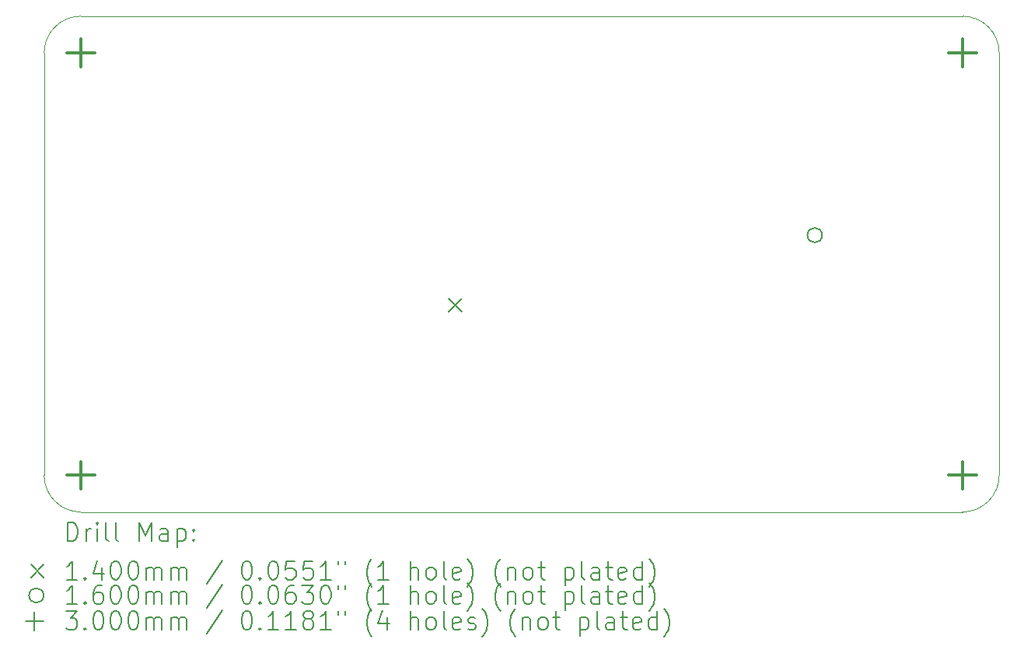
<source format=gbr>
%TF.GenerationSoftware,KiCad,Pcbnew,9.0.0*%
%TF.CreationDate,2025-03-25T13:32:20-05:00*%
%TF.ProjectId,Turret,54757272-6574-42e6-9b69-6361645f7063,rev?*%
%TF.SameCoordinates,Original*%
%TF.FileFunction,Drillmap*%
%TF.FilePolarity,Positive*%
%FSLAX45Y45*%
G04 Gerber Fmt 4.5, Leading zero omitted, Abs format (unit mm)*
G04 Created by KiCad (PCBNEW 9.0.0) date 2025-03-25 13:32:20*
%MOMM*%
%LPD*%
G01*
G04 APERTURE LIST*
%ADD10C,0.100000*%
%ADD11C,0.200000*%
%ADD12C,0.140000*%
%ADD13C,0.160000*%
%ADD14C,0.300000*%
G04 APERTURE END LIST*
D10*
X4045000Y-8410000D02*
X4045000Y-3810000D01*
X14445000Y-3810000D02*
X14445000Y-8410000D01*
X4045000Y-3810000D02*
G75*
G02*
X4445000Y-3410000I400000J0D01*
G01*
X14045000Y-8810000D02*
X4445000Y-8810000D01*
X4445000Y-3410000D02*
X14045000Y-3410000D01*
X14445000Y-8410000D02*
G75*
G02*
X14045000Y-8810000I-400000J0D01*
G01*
X4445000Y-8810000D02*
G75*
G02*
X4045000Y-8410000I0J400000D01*
G01*
X14045000Y-3410000D02*
G75*
G02*
X14445000Y-3810000I0J-400000D01*
G01*
D11*
D12*
X8450000Y-6485000D02*
X8590000Y-6625000D01*
X8590000Y-6485000D02*
X8450000Y-6625000D01*
D13*
X12517000Y-5795000D02*
G75*
G02*
X12357000Y-5795000I-80000J0D01*
G01*
X12357000Y-5795000D02*
G75*
G02*
X12517000Y-5795000I80000J0D01*
G01*
D14*
X4445000Y-3660000D02*
X4445000Y-3960000D01*
X4295000Y-3810000D02*
X4595000Y-3810000D01*
X4445000Y-8260000D02*
X4445000Y-8560000D01*
X4295000Y-8410000D02*
X4595000Y-8410000D01*
X14045000Y-3660000D02*
X14045000Y-3960000D01*
X13895000Y-3810000D02*
X14195000Y-3810000D01*
X14045000Y-8260000D02*
X14045000Y-8560000D01*
X13895000Y-8410000D02*
X14195000Y-8410000D01*
D11*
X4300777Y-9126484D02*
X4300777Y-8926484D01*
X4300777Y-8926484D02*
X4348396Y-8926484D01*
X4348396Y-8926484D02*
X4376967Y-8936008D01*
X4376967Y-8936008D02*
X4396015Y-8955055D01*
X4396015Y-8955055D02*
X4405539Y-8974103D01*
X4405539Y-8974103D02*
X4415063Y-9012198D01*
X4415063Y-9012198D02*
X4415063Y-9040770D01*
X4415063Y-9040770D02*
X4405539Y-9078865D01*
X4405539Y-9078865D02*
X4396015Y-9097912D01*
X4396015Y-9097912D02*
X4376967Y-9116960D01*
X4376967Y-9116960D02*
X4348396Y-9126484D01*
X4348396Y-9126484D02*
X4300777Y-9126484D01*
X4500777Y-9126484D02*
X4500777Y-8993150D01*
X4500777Y-9031246D02*
X4510301Y-9012198D01*
X4510301Y-9012198D02*
X4519824Y-9002674D01*
X4519824Y-9002674D02*
X4538872Y-8993150D01*
X4538872Y-8993150D02*
X4557920Y-8993150D01*
X4624586Y-9126484D02*
X4624586Y-8993150D01*
X4624586Y-8926484D02*
X4615063Y-8936008D01*
X4615063Y-8936008D02*
X4624586Y-8945531D01*
X4624586Y-8945531D02*
X4634110Y-8936008D01*
X4634110Y-8936008D02*
X4624586Y-8926484D01*
X4624586Y-8926484D02*
X4624586Y-8945531D01*
X4748396Y-9126484D02*
X4729348Y-9116960D01*
X4729348Y-9116960D02*
X4719824Y-9097912D01*
X4719824Y-9097912D02*
X4719824Y-8926484D01*
X4853158Y-9126484D02*
X4834110Y-9116960D01*
X4834110Y-9116960D02*
X4824586Y-9097912D01*
X4824586Y-9097912D02*
X4824586Y-8926484D01*
X5081729Y-9126484D02*
X5081729Y-8926484D01*
X5081729Y-8926484D02*
X5148396Y-9069341D01*
X5148396Y-9069341D02*
X5215063Y-8926484D01*
X5215063Y-8926484D02*
X5215063Y-9126484D01*
X5396015Y-9126484D02*
X5396015Y-9021722D01*
X5396015Y-9021722D02*
X5386491Y-9002674D01*
X5386491Y-9002674D02*
X5367444Y-8993150D01*
X5367444Y-8993150D02*
X5329348Y-8993150D01*
X5329348Y-8993150D02*
X5310301Y-9002674D01*
X5396015Y-9116960D02*
X5376967Y-9126484D01*
X5376967Y-9126484D02*
X5329348Y-9126484D01*
X5329348Y-9126484D02*
X5310301Y-9116960D01*
X5310301Y-9116960D02*
X5300777Y-9097912D01*
X5300777Y-9097912D02*
X5300777Y-9078865D01*
X5300777Y-9078865D02*
X5310301Y-9059817D01*
X5310301Y-9059817D02*
X5329348Y-9050293D01*
X5329348Y-9050293D02*
X5376967Y-9050293D01*
X5376967Y-9050293D02*
X5396015Y-9040770D01*
X5491253Y-8993150D02*
X5491253Y-9193150D01*
X5491253Y-9002674D02*
X5510301Y-8993150D01*
X5510301Y-8993150D02*
X5548396Y-8993150D01*
X5548396Y-8993150D02*
X5567444Y-9002674D01*
X5567444Y-9002674D02*
X5576967Y-9012198D01*
X5576967Y-9012198D02*
X5586491Y-9031246D01*
X5586491Y-9031246D02*
X5586491Y-9088389D01*
X5586491Y-9088389D02*
X5576967Y-9107436D01*
X5576967Y-9107436D02*
X5567444Y-9116960D01*
X5567444Y-9116960D02*
X5548396Y-9126484D01*
X5548396Y-9126484D02*
X5510301Y-9126484D01*
X5510301Y-9126484D02*
X5491253Y-9116960D01*
X5672205Y-9107436D02*
X5681729Y-9116960D01*
X5681729Y-9116960D02*
X5672205Y-9126484D01*
X5672205Y-9126484D02*
X5662682Y-9116960D01*
X5662682Y-9116960D02*
X5672205Y-9107436D01*
X5672205Y-9107436D02*
X5672205Y-9126484D01*
X5672205Y-9002674D02*
X5681729Y-9012198D01*
X5681729Y-9012198D02*
X5672205Y-9021722D01*
X5672205Y-9021722D02*
X5662682Y-9012198D01*
X5662682Y-9012198D02*
X5672205Y-9002674D01*
X5672205Y-9002674D02*
X5672205Y-9021722D01*
D12*
X3900000Y-9385000D02*
X4040000Y-9525000D01*
X4040000Y-9385000D02*
X3900000Y-9525000D01*
D11*
X4405539Y-9546484D02*
X4291253Y-9546484D01*
X4348396Y-9546484D02*
X4348396Y-9346484D01*
X4348396Y-9346484D02*
X4329348Y-9375055D01*
X4329348Y-9375055D02*
X4310301Y-9394103D01*
X4310301Y-9394103D02*
X4291253Y-9403627D01*
X4491253Y-9527436D02*
X4500777Y-9536960D01*
X4500777Y-9536960D02*
X4491253Y-9546484D01*
X4491253Y-9546484D02*
X4481729Y-9536960D01*
X4481729Y-9536960D02*
X4491253Y-9527436D01*
X4491253Y-9527436D02*
X4491253Y-9546484D01*
X4672205Y-9413150D02*
X4672205Y-9546484D01*
X4624586Y-9336960D02*
X4576967Y-9479817D01*
X4576967Y-9479817D02*
X4700777Y-9479817D01*
X4815063Y-9346484D02*
X4834110Y-9346484D01*
X4834110Y-9346484D02*
X4853158Y-9356008D01*
X4853158Y-9356008D02*
X4862682Y-9365531D01*
X4862682Y-9365531D02*
X4872205Y-9384579D01*
X4872205Y-9384579D02*
X4881729Y-9422674D01*
X4881729Y-9422674D02*
X4881729Y-9470293D01*
X4881729Y-9470293D02*
X4872205Y-9508389D01*
X4872205Y-9508389D02*
X4862682Y-9527436D01*
X4862682Y-9527436D02*
X4853158Y-9536960D01*
X4853158Y-9536960D02*
X4834110Y-9546484D01*
X4834110Y-9546484D02*
X4815063Y-9546484D01*
X4815063Y-9546484D02*
X4796015Y-9536960D01*
X4796015Y-9536960D02*
X4786491Y-9527436D01*
X4786491Y-9527436D02*
X4776967Y-9508389D01*
X4776967Y-9508389D02*
X4767444Y-9470293D01*
X4767444Y-9470293D02*
X4767444Y-9422674D01*
X4767444Y-9422674D02*
X4776967Y-9384579D01*
X4776967Y-9384579D02*
X4786491Y-9365531D01*
X4786491Y-9365531D02*
X4796015Y-9356008D01*
X4796015Y-9356008D02*
X4815063Y-9346484D01*
X5005539Y-9346484D02*
X5024586Y-9346484D01*
X5024586Y-9346484D02*
X5043634Y-9356008D01*
X5043634Y-9356008D02*
X5053158Y-9365531D01*
X5053158Y-9365531D02*
X5062682Y-9384579D01*
X5062682Y-9384579D02*
X5072205Y-9422674D01*
X5072205Y-9422674D02*
X5072205Y-9470293D01*
X5072205Y-9470293D02*
X5062682Y-9508389D01*
X5062682Y-9508389D02*
X5053158Y-9527436D01*
X5053158Y-9527436D02*
X5043634Y-9536960D01*
X5043634Y-9536960D02*
X5024586Y-9546484D01*
X5024586Y-9546484D02*
X5005539Y-9546484D01*
X5005539Y-9546484D02*
X4986491Y-9536960D01*
X4986491Y-9536960D02*
X4976967Y-9527436D01*
X4976967Y-9527436D02*
X4967444Y-9508389D01*
X4967444Y-9508389D02*
X4957920Y-9470293D01*
X4957920Y-9470293D02*
X4957920Y-9422674D01*
X4957920Y-9422674D02*
X4967444Y-9384579D01*
X4967444Y-9384579D02*
X4976967Y-9365531D01*
X4976967Y-9365531D02*
X4986491Y-9356008D01*
X4986491Y-9356008D02*
X5005539Y-9346484D01*
X5157920Y-9546484D02*
X5157920Y-9413150D01*
X5157920Y-9432198D02*
X5167444Y-9422674D01*
X5167444Y-9422674D02*
X5186491Y-9413150D01*
X5186491Y-9413150D02*
X5215063Y-9413150D01*
X5215063Y-9413150D02*
X5234110Y-9422674D01*
X5234110Y-9422674D02*
X5243634Y-9441722D01*
X5243634Y-9441722D02*
X5243634Y-9546484D01*
X5243634Y-9441722D02*
X5253158Y-9422674D01*
X5253158Y-9422674D02*
X5272205Y-9413150D01*
X5272205Y-9413150D02*
X5300777Y-9413150D01*
X5300777Y-9413150D02*
X5319825Y-9422674D01*
X5319825Y-9422674D02*
X5329348Y-9441722D01*
X5329348Y-9441722D02*
X5329348Y-9546484D01*
X5424586Y-9546484D02*
X5424586Y-9413150D01*
X5424586Y-9432198D02*
X5434110Y-9422674D01*
X5434110Y-9422674D02*
X5453158Y-9413150D01*
X5453158Y-9413150D02*
X5481729Y-9413150D01*
X5481729Y-9413150D02*
X5500777Y-9422674D01*
X5500777Y-9422674D02*
X5510301Y-9441722D01*
X5510301Y-9441722D02*
X5510301Y-9546484D01*
X5510301Y-9441722D02*
X5519825Y-9422674D01*
X5519825Y-9422674D02*
X5538872Y-9413150D01*
X5538872Y-9413150D02*
X5567444Y-9413150D01*
X5567444Y-9413150D02*
X5586491Y-9422674D01*
X5586491Y-9422674D02*
X5596015Y-9441722D01*
X5596015Y-9441722D02*
X5596015Y-9546484D01*
X5986491Y-9336960D02*
X5815063Y-9594103D01*
X6243634Y-9346484D02*
X6262682Y-9346484D01*
X6262682Y-9346484D02*
X6281729Y-9356008D01*
X6281729Y-9356008D02*
X6291253Y-9365531D01*
X6291253Y-9365531D02*
X6300777Y-9384579D01*
X6300777Y-9384579D02*
X6310301Y-9422674D01*
X6310301Y-9422674D02*
X6310301Y-9470293D01*
X6310301Y-9470293D02*
X6300777Y-9508389D01*
X6300777Y-9508389D02*
X6291253Y-9527436D01*
X6291253Y-9527436D02*
X6281729Y-9536960D01*
X6281729Y-9536960D02*
X6262682Y-9546484D01*
X6262682Y-9546484D02*
X6243634Y-9546484D01*
X6243634Y-9546484D02*
X6224586Y-9536960D01*
X6224586Y-9536960D02*
X6215063Y-9527436D01*
X6215063Y-9527436D02*
X6205539Y-9508389D01*
X6205539Y-9508389D02*
X6196015Y-9470293D01*
X6196015Y-9470293D02*
X6196015Y-9422674D01*
X6196015Y-9422674D02*
X6205539Y-9384579D01*
X6205539Y-9384579D02*
X6215063Y-9365531D01*
X6215063Y-9365531D02*
X6224586Y-9356008D01*
X6224586Y-9356008D02*
X6243634Y-9346484D01*
X6396015Y-9527436D02*
X6405539Y-9536960D01*
X6405539Y-9536960D02*
X6396015Y-9546484D01*
X6396015Y-9546484D02*
X6386491Y-9536960D01*
X6386491Y-9536960D02*
X6396015Y-9527436D01*
X6396015Y-9527436D02*
X6396015Y-9546484D01*
X6529348Y-9346484D02*
X6548396Y-9346484D01*
X6548396Y-9346484D02*
X6567444Y-9356008D01*
X6567444Y-9356008D02*
X6576967Y-9365531D01*
X6576967Y-9365531D02*
X6586491Y-9384579D01*
X6586491Y-9384579D02*
X6596015Y-9422674D01*
X6596015Y-9422674D02*
X6596015Y-9470293D01*
X6596015Y-9470293D02*
X6586491Y-9508389D01*
X6586491Y-9508389D02*
X6576967Y-9527436D01*
X6576967Y-9527436D02*
X6567444Y-9536960D01*
X6567444Y-9536960D02*
X6548396Y-9546484D01*
X6548396Y-9546484D02*
X6529348Y-9546484D01*
X6529348Y-9546484D02*
X6510301Y-9536960D01*
X6510301Y-9536960D02*
X6500777Y-9527436D01*
X6500777Y-9527436D02*
X6491253Y-9508389D01*
X6491253Y-9508389D02*
X6481729Y-9470293D01*
X6481729Y-9470293D02*
X6481729Y-9422674D01*
X6481729Y-9422674D02*
X6491253Y-9384579D01*
X6491253Y-9384579D02*
X6500777Y-9365531D01*
X6500777Y-9365531D02*
X6510301Y-9356008D01*
X6510301Y-9356008D02*
X6529348Y-9346484D01*
X6776967Y-9346484D02*
X6681729Y-9346484D01*
X6681729Y-9346484D02*
X6672206Y-9441722D01*
X6672206Y-9441722D02*
X6681729Y-9432198D01*
X6681729Y-9432198D02*
X6700777Y-9422674D01*
X6700777Y-9422674D02*
X6748396Y-9422674D01*
X6748396Y-9422674D02*
X6767444Y-9432198D01*
X6767444Y-9432198D02*
X6776967Y-9441722D01*
X6776967Y-9441722D02*
X6786491Y-9460770D01*
X6786491Y-9460770D02*
X6786491Y-9508389D01*
X6786491Y-9508389D02*
X6776967Y-9527436D01*
X6776967Y-9527436D02*
X6767444Y-9536960D01*
X6767444Y-9536960D02*
X6748396Y-9546484D01*
X6748396Y-9546484D02*
X6700777Y-9546484D01*
X6700777Y-9546484D02*
X6681729Y-9536960D01*
X6681729Y-9536960D02*
X6672206Y-9527436D01*
X6967444Y-9346484D02*
X6872206Y-9346484D01*
X6872206Y-9346484D02*
X6862682Y-9441722D01*
X6862682Y-9441722D02*
X6872206Y-9432198D01*
X6872206Y-9432198D02*
X6891253Y-9422674D01*
X6891253Y-9422674D02*
X6938872Y-9422674D01*
X6938872Y-9422674D02*
X6957920Y-9432198D01*
X6957920Y-9432198D02*
X6967444Y-9441722D01*
X6967444Y-9441722D02*
X6976967Y-9460770D01*
X6976967Y-9460770D02*
X6976967Y-9508389D01*
X6976967Y-9508389D02*
X6967444Y-9527436D01*
X6967444Y-9527436D02*
X6957920Y-9536960D01*
X6957920Y-9536960D02*
X6938872Y-9546484D01*
X6938872Y-9546484D02*
X6891253Y-9546484D01*
X6891253Y-9546484D02*
X6872206Y-9536960D01*
X6872206Y-9536960D02*
X6862682Y-9527436D01*
X7167444Y-9546484D02*
X7053158Y-9546484D01*
X7110301Y-9546484D02*
X7110301Y-9346484D01*
X7110301Y-9346484D02*
X7091253Y-9375055D01*
X7091253Y-9375055D02*
X7072206Y-9394103D01*
X7072206Y-9394103D02*
X7053158Y-9403627D01*
X7243634Y-9346484D02*
X7243634Y-9384579D01*
X7319825Y-9346484D02*
X7319825Y-9384579D01*
X7615063Y-9622674D02*
X7605539Y-9613150D01*
X7605539Y-9613150D02*
X7586491Y-9584579D01*
X7586491Y-9584579D02*
X7576968Y-9565531D01*
X7576968Y-9565531D02*
X7567444Y-9536960D01*
X7567444Y-9536960D02*
X7557920Y-9489341D01*
X7557920Y-9489341D02*
X7557920Y-9451246D01*
X7557920Y-9451246D02*
X7567444Y-9403627D01*
X7567444Y-9403627D02*
X7576968Y-9375055D01*
X7576968Y-9375055D02*
X7586491Y-9356008D01*
X7586491Y-9356008D02*
X7605539Y-9327436D01*
X7605539Y-9327436D02*
X7615063Y-9317912D01*
X7796015Y-9546484D02*
X7681729Y-9546484D01*
X7738872Y-9546484D02*
X7738872Y-9346484D01*
X7738872Y-9346484D02*
X7719825Y-9375055D01*
X7719825Y-9375055D02*
X7700777Y-9394103D01*
X7700777Y-9394103D02*
X7681729Y-9403627D01*
X8034110Y-9546484D02*
X8034110Y-9346484D01*
X8119825Y-9546484D02*
X8119825Y-9441722D01*
X8119825Y-9441722D02*
X8110301Y-9422674D01*
X8110301Y-9422674D02*
X8091253Y-9413150D01*
X8091253Y-9413150D02*
X8062682Y-9413150D01*
X8062682Y-9413150D02*
X8043634Y-9422674D01*
X8043634Y-9422674D02*
X8034110Y-9432198D01*
X8243634Y-9546484D02*
X8224587Y-9536960D01*
X8224587Y-9536960D02*
X8215063Y-9527436D01*
X8215063Y-9527436D02*
X8205539Y-9508389D01*
X8205539Y-9508389D02*
X8205539Y-9451246D01*
X8205539Y-9451246D02*
X8215063Y-9432198D01*
X8215063Y-9432198D02*
X8224587Y-9422674D01*
X8224587Y-9422674D02*
X8243634Y-9413150D01*
X8243634Y-9413150D02*
X8272206Y-9413150D01*
X8272206Y-9413150D02*
X8291253Y-9422674D01*
X8291253Y-9422674D02*
X8300777Y-9432198D01*
X8300777Y-9432198D02*
X8310301Y-9451246D01*
X8310301Y-9451246D02*
X8310301Y-9508389D01*
X8310301Y-9508389D02*
X8300777Y-9527436D01*
X8300777Y-9527436D02*
X8291253Y-9536960D01*
X8291253Y-9536960D02*
X8272206Y-9546484D01*
X8272206Y-9546484D02*
X8243634Y-9546484D01*
X8424587Y-9546484D02*
X8405539Y-9536960D01*
X8405539Y-9536960D02*
X8396015Y-9517912D01*
X8396015Y-9517912D02*
X8396015Y-9346484D01*
X8576968Y-9536960D02*
X8557920Y-9546484D01*
X8557920Y-9546484D02*
X8519825Y-9546484D01*
X8519825Y-9546484D02*
X8500777Y-9536960D01*
X8500777Y-9536960D02*
X8491253Y-9517912D01*
X8491253Y-9517912D02*
X8491253Y-9441722D01*
X8491253Y-9441722D02*
X8500777Y-9422674D01*
X8500777Y-9422674D02*
X8519825Y-9413150D01*
X8519825Y-9413150D02*
X8557920Y-9413150D01*
X8557920Y-9413150D02*
X8576968Y-9422674D01*
X8576968Y-9422674D02*
X8586492Y-9441722D01*
X8586492Y-9441722D02*
X8586492Y-9460770D01*
X8586492Y-9460770D02*
X8491253Y-9479817D01*
X8653158Y-9622674D02*
X8662682Y-9613150D01*
X8662682Y-9613150D02*
X8681730Y-9584579D01*
X8681730Y-9584579D02*
X8691253Y-9565531D01*
X8691253Y-9565531D02*
X8700777Y-9536960D01*
X8700777Y-9536960D02*
X8710301Y-9489341D01*
X8710301Y-9489341D02*
X8710301Y-9451246D01*
X8710301Y-9451246D02*
X8700777Y-9403627D01*
X8700777Y-9403627D02*
X8691253Y-9375055D01*
X8691253Y-9375055D02*
X8681730Y-9356008D01*
X8681730Y-9356008D02*
X8662682Y-9327436D01*
X8662682Y-9327436D02*
X8653158Y-9317912D01*
X9015063Y-9622674D02*
X9005539Y-9613150D01*
X9005539Y-9613150D02*
X8986492Y-9584579D01*
X8986492Y-9584579D02*
X8976968Y-9565531D01*
X8976968Y-9565531D02*
X8967444Y-9536960D01*
X8967444Y-9536960D02*
X8957920Y-9489341D01*
X8957920Y-9489341D02*
X8957920Y-9451246D01*
X8957920Y-9451246D02*
X8967444Y-9403627D01*
X8967444Y-9403627D02*
X8976968Y-9375055D01*
X8976968Y-9375055D02*
X8986492Y-9356008D01*
X8986492Y-9356008D02*
X9005539Y-9327436D01*
X9005539Y-9327436D02*
X9015063Y-9317912D01*
X9091253Y-9413150D02*
X9091253Y-9546484D01*
X9091253Y-9432198D02*
X9100777Y-9422674D01*
X9100777Y-9422674D02*
X9119825Y-9413150D01*
X9119825Y-9413150D02*
X9148396Y-9413150D01*
X9148396Y-9413150D02*
X9167444Y-9422674D01*
X9167444Y-9422674D02*
X9176968Y-9441722D01*
X9176968Y-9441722D02*
X9176968Y-9546484D01*
X9300777Y-9546484D02*
X9281730Y-9536960D01*
X9281730Y-9536960D02*
X9272206Y-9527436D01*
X9272206Y-9527436D02*
X9262682Y-9508389D01*
X9262682Y-9508389D02*
X9262682Y-9451246D01*
X9262682Y-9451246D02*
X9272206Y-9432198D01*
X9272206Y-9432198D02*
X9281730Y-9422674D01*
X9281730Y-9422674D02*
X9300777Y-9413150D01*
X9300777Y-9413150D02*
X9329349Y-9413150D01*
X9329349Y-9413150D02*
X9348396Y-9422674D01*
X9348396Y-9422674D02*
X9357920Y-9432198D01*
X9357920Y-9432198D02*
X9367444Y-9451246D01*
X9367444Y-9451246D02*
X9367444Y-9508389D01*
X9367444Y-9508389D02*
X9357920Y-9527436D01*
X9357920Y-9527436D02*
X9348396Y-9536960D01*
X9348396Y-9536960D02*
X9329349Y-9546484D01*
X9329349Y-9546484D02*
X9300777Y-9546484D01*
X9424587Y-9413150D02*
X9500777Y-9413150D01*
X9453158Y-9346484D02*
X9453158Y-9517912D01*
X9453158Y-9517912D02*
X9462682Y-9536960D01*
X9462682Y-9536960D02*
X9481730Y-9546484D01*
X9481730Y-9546484D02*
X9500777Y-9546484D01*
X9719825Y-9413150D02*
X9719825Y-9613150D01*
X9719825Y-9422674D02*
X9738873Y-9413150D01*
X9738873Y-9413150D02*
X9776968Y-9413150D01*
X9776968Y-9413150D02*
X9796015Y-9422674D01*
X9796015Y-9422674D02*
X9805539Y-9432198D01*
X9805539Y-9432198D02*
X9815063Y-9451246D01*
X9815063Y-9451246D02*
X9815063Y-9508389D01*
X9815063Y-9508389D02*
X9805539Y-9527436D01*
X9805539Y-9527436D02*
X9796015Y-9536960D01*
X9796015Y-9536960D02*
X9776968Y-9546484D01*
X9776968Y-9546484D02*
X9738873Y-9546484D01*
X9738873Y-9546484D02*
X9719825Y-9536960D01*
X9929349Y-9546484D02*
X9910301Y-9536960D01*
X9910301Y-9536960D02*
X9900777Y-9517912D01*
X9900777Y-9517912D02*
X9900777Y-9346484D01*
X10091254Y-9546484D02*
X10091254Y-9441722D01*
X10091254Y-9441722D02*
X10081730Y-9422674D01*
X10081730Y-9422674D02*
X10062682Y-9413150D01*
X10062682Y-9413150D02*
X10024587Y-9413150D01*
X10024587Y-9413150D02*
X10005539Y-9422674D01*
X10091254Y-9536960D02*
X10072206Y-9546484D01*
X10072206Y-9546484D02*
X10024587Y-9546484D01*
X10024587Y-9546484D02*
X10005539Y-9536960D01*
X10005539Y-9536960D02*
X9996015Y-9517912D01*
X9996015Y-9517912D02*
X9996015Y-9498865D01*
X9996015Y-9498865D02*
X10005539Y-9479817D01*
X10005539Y-9479817D02*
X10024587Y-9470293D01*
X10024587Y-9470293D02*
X10072206Y-9470293D01*
X10072206Y-9470293D02*
X10091254Y-9460770D01*
X10157920Y-9413150D02*
X10234111Y-9413150D01*
X10186492Y-9346484D02*
X10186492Y-9517912D01*
X10186492Y-9517912D02*
X10196015Y-9536960D01*
X10196015Y-9536960D02*
X10215063Y-9546484D01*
X10215063Y-9546484D02*
X10234111Y-9546484D01*
X10376968Y-9536960D02*
X10357920Y-9546484D01*
X10357920Y-9546484D02*
X10319825Y-9546484D01*
X10319825Y-9546484D02*
X10300777Y-9536960D01*
X10300777Y-9536960D02*
X10291254Y-9517912D01*
X10291254Y-9517912D02*
X10291254Y-9441722D01*
X10291254Y-9441722D02*
X10300777Y-9422674D01*
X10300777Y-9422674D02*
X10319825Y-9413150D01*
X10319825Y-9413150D02*
X10357920Y-9413150D01*
X10357920Y-9413150D02*
X10376968Y-9422674D01*
X10376968Y-9422674D02*
X10386492Y-9441722D01*
X10386492Y-9441722D02*
X10386492Y-9460770D01*
X10386492Y-9460770D02*
X10291254Y-9479817D01*
X10557920Y-9546484D02*
X10557920Y-9346484D01*
X10557920Y-9536960D02*
X10538873Y-9546484D01*
X10538873Y-9546484D02*
X10500777Y-9546484D01*
X10500777Y-9546484D02*
X10481730Y-9536960D01*
X10481730Y-9536960D02*
X10472206Y-9527436D01*
X10472206Y-9527436D02*
X10462682Y-9508389D01*
X10462682Y-9508389D02*
X10462682Y-9451246D01*
X10462682Y-9451246D02*
X10472206Y-9432198D01*
X10472206Y-9432198D02*
X10481730Y-9422674D01*
X10481730Y-9422674D02*
X10500777Y-9413150D01*
X10500777Y-9413150D02*
X10538873Y-9413150D01*
X10538873Y-9413150D02*
X10557920Y-9422674D01*
X10634111Y-9622674D02*
X10643635Y-9613150D01*
X10643635Y-9613150D02*
X10662682Y-9584579D01*
X10662682Y-9584579D02*
X10672206Y-9565531D01*
X10672206Y-9565531D02*
X10681730Y-9536960D01*
X10681730Y-9536960D02*
X10691254Y-9489341D01*
X10691254Y-9489341D02*
X10691254Y-9451246D01*
X10691254Y-9451246D02*
X10681730Y-9403627D01*
X10681730Y-9403627D02*
X10672206Y-9375055D01*
X10672206Y-9375055D02*
X10662682Y-9356008D01*
X10662682Y-9356008D02*
X10643635Y-9327436D01*
X10643635Y-9327436D02*
X10634111Y-9317912D01*
D13*
X4040000Y-9719000D02*
G75*
G02*
X3880000Y-9719000I-80000J0D01*
G01*
X3880000Y-9719000D02*
G75*
G02*
X4040000Y-9719000I80000J0D01*
G01*
D11*
X4405539Y-9810484D02*
X4291253Y-9810484D01*
X4348396Y-9810484D02*
X4348396Y-9610484D01*
X4348396Y-9610484D02*
X4329348Y-9639055D01*
X4329348Y-9639055D02*
X4310301Y-9658103D01*
X4310301Y-9658103D02*
X4291253Y-9667627D01*
X4491253Y-9791436D02*
X4500777Y-9800960D01*
X4500777Y-9800960D02*
X4491253Y-9810484D01*
X4491253Y-9810484D02*
X4481729Y-9800960D01*
X4481729Y-9800960D02*
X4491253Y-9791436D01*
X4491253Y-9791436D02*
X4491253Y-9810484D01*
X4672205Y-9610484D02*
X4634110Y-9610484D01*
X4634110Y-9610484D02*
X4615063Y-9620008D01*
X4615063Y-9620008D02*
X4605539Y-9629531D01*
X4605539Y-9629531D02*
X4586491Y-9658103D01*
X4586491Y-9658103D02*
X4576967Y-9696198D01*
X4576967Y-9696198D02*
X4576967Y-9772389D01*
X4576967Y-9772389D02*
X4586491Y-9791436D01*
X4586491Y-9791436D02*
X4596015Y-9800960D01*
X4596015Y-9800960D02*
X4615063Y-9810484D01*
X4615063Y-9810484D02*
X4653158Y-9810484D01*
X4653158Y-9810484D02*
X4672205Y-9800960D01*
X4672205Y-9800960D02*
X4681729Y-9791436D01*
X4681729Y-9791436D02*
X4691253Y-9772389D01*
X4691253Y-9772389D02*
X4691253Y-9724770D01*
X4691253Y-9724770D02*
X4681729Y-9705722D01*
X4681729Y-9705722D02*
X4672205Y-9696198D01*
X4672205Y-9696198D02*
X4653158Y-9686674D01*
X4653158Y-9686674D02*
X4615063Y-9686674D01*
X4615063Y-9686674D02*
X4596015Y-9696198D01*
X4596015Y-9696198D02*
X4586491Y-9705722D01*
X4586491Y-9705722D02*
X4576967Y-9724770D01*
X4815063Y-9610484D02*
X4834110Y-9610484D01*
X4834110Y-9610484D02*
X4853158Y-9620008D01*
X4853158Y-9620008D02*
X4862682Y-9629531D01*
X4862682Y-9629531D02*
X4872205Y-9648579D01*
X4872205Y-9648579D02*
X4881729Y-9686674D01*
X4881729Y-9686674D02*
X4881729Y-9734293D01*
X4881729Y-9734293D02*
X4872205Y-9772389D01*
X4872205Y-9772389D02*
X4862682Y-9791436D01*
X4862682Y-9791436D02*
X4853158Y-9800960D01*
X4853158Y-9800960D02*
X4834110Y-9810484D01*
X4834110Y-9810484D02*
X4815063Y-9810484D01*
X4815063Y-9810484D02*
X4796015Y-9800960D01*
X4796015Y-9800960D02*
X4786491Y-9791436D01*
X4786491Y-9791436D02*
X4776967Y-9772389D01*
X4776967Y-9772389D02*
X4767444Y-9734293D01*
X4767444Y-9734293D02*
X4767444Y-9686674D01*
X4767444Y-9686674D02*
X4776967Y-9648579D01*
X4776967Y-9648579D02*
X4786491Y-9629531D01*
X4786491Y-9629531D02*
X4796015Y-9620008D01*
X4796015Y-9620008D02*
X4815063Y-9610484D01*
X5005539Y-9610484D02*
X5024586Y-9610484D01*
X5024586Y-9610484D02*
X5043634Y-9620008D01*
X5043634Y-9620008D02*
X5053158Y-9629531D01*
X5053158Y-9629531D02*
X5062682Y-9648579D01*
X5062682Y-9648579D02*
X5072205Y-9686674D01*
X5072205Y-9686674D02*
X5072205Y-9734293D01*
X5072205Y-9734293D02*
X5062682Y-9772389D01*
X5062682Y-9772389D02*
X5053158Y-9791436D01*
X5053158Y-9791436D02*
X5043634Y-9800960D01*
X5043634Y-9800960D02*
X5024586Y-9810484D01*
X5024586Y-9810484D02*
X5005539Y-9810484D01*
X5005539Y-9810484D02*
X4986491Y-9800960D01*
X4986491Y-9800960D02*
X4976967Y-9791436D01*
X4976967Y-9791436D02*
X4967444Y-9772389D01*
X4967444Y-9772389D02*
X4957920Y-9734293D01*
X4957920Y-9734293D02*
X4957920Y-9686674D01*
X4957920Y-9686674D02*
X4967444Y-9648579D01*
X4967444Y-9648579D02*
X4976967Y-9629531D01*
X4976967Y-9629531D02*
X4986491Y-9620008D01*
X4986491Y-9620008D02*
X5005539Y-9610484D01*
X5157920Y-9810484D02*
X5157920Y-9677150D01*
X5157920Y-9696198D02*
X5167444Y-9686674D01*
X5167444Y-9686674D02*
X5186491Y-9677150D01*
X5186491Y-9677150D02*
X5215063Y-9677150D01*
X5215063Y-9677150D02*
X5234110Y-9686674D01*
X5234110Y-9686674D02*
X5243634Y-9705722D01*
X5243634Y-9705722D02*
X5243634Y-9810484D01*
X5243634Y-9705722D02*
X5253158Y-9686674D01*
X5253158Y-9686674D02*
X5272205Y-9677150D01*
X5272205Y-9677150D02*
X5300777Y-9677150D01*
X5300777Y-9677150D02*
X5319825Y-9686674D01*
X5319825Y-9686674D02*
X5329348Y-9705722D01*
X5329348Y-9705722D02*
X5329348Y-9810484D01*
X5424586Y-9810484D02*
X5424586Y-9677150D01*
X5424586Y-9696198D02*
X5434110Y-9686674D01*
X5434110Y-9686674D02*
X5453158Y-9677150D01*
X5453158Y-9677150D02*
X5481729Y-9677150D01*
X5481729Y-9677150D02*
X5500777Y-9686674D01*
X5500777Y-9686674D02*
X5510301Y-9705722D01*
X5510301Y-9705722D02*
X5510301Y-9810484D01*
X5510301Y-9705722D02*
X5519825Y-9686674D01*
X5519825Y-9686674D02*
X5538872Y-9677150D01*
X5538872Y-9677150D02*
X5567444Y-9677150D01*
X5567444Y-9677150D02*
X5586491Y-9686674D01*
X5586491Y-9686674D02*
X5596015Y-9705722D01*
X5596015Y-9705722D02*
X5596015Y-9810484D01*
X5986491Y-9600960D02*
X5815063Y-9858103D01*
X6243634Y-9610484D02*
X6262682Y-9610484D01*
X6262682Y-9610484D02*
X6281729Y-9620008D01*
X6281729Y-9620008D02*
X6291253Y-9629531D01*
X6291253Y-9629531D02*
X6300777Y-9648579D01*
X6300777Y-9648579D02*
X6310301Y-9686674D01*
X6310301Y-9686674D02*
X6310301Y-9734293D01*
X6310301Y-9734293D02*
X6300777Y-9772389D01*
X6300777Y-9772389D02*
X6291253Y-9791436D01*
X6291253Y-9791436D02*
X6281729Y-9800960D01*
X6281729Y-9800960D02*
X6262682Y-9810484D01*
X6262682Y-9810484D02*
X6243634Y-9810484D01*
X6243634Y-9810484D02*
X6224586Y-9800960D01*
X6224586Y-9800960D02*
X6215063Y-9791436D01*
X6215063Y-9791436D02*
X6205539Y-9772389D01*
X6205539Y-9772389D02*
X6196015Y-9734293D01*
X6196015Y-9734293D02*
X6196015Y-9686674D01*
X6196015Y-9686674D02*
X6205539Y-9648579D01*
X6205539Y-9648579D02*
X6215063Y-9629531D01*
X6215063Y-9629531D02*
X6224586Y-9620008D01*
X6224586Y-9620008D02*
X6243634Y-9610484D01*
X6396015Y-9791436D02*
X6405539Y-9800960D01*
X6405539Y-9800960D02*
X6396015Y-9810484D01*
X6396015Y-9810484D02*
X6386491Y-9800960D01*
X6386491Y-9800960D02*
X6396015Y-9791436D01*
X6396015Y-9791436D02*
X6396015Y-9810484D01*
X6529348Y-9610484D02*
X6548396Y-9610484D01*
X6548396Y-9610484D02*
X6567444Y-9620008D01*
X6567444Y-9620008D02*
X6576967Y-9629531D01*
X6576967Y-9629531D02*
X6586491Y-9648579D01*
X6586491Y-9648579D02*
X6596015Y-9686674D01*
X6596015Y-9686674D02*
X6596015Y-9734293D01*
X6596015Y-9734293D02*
X6586491Y-9772389D01*
X6586491Y-9772389D02*
X6576967Y-9791436D01*
X6576967Y-9791436D02*
X6567444Y-9800960D01*
X6567444Y-9800960D02*
X6548396Y-9810484D01*
X6548396Y-9810484D02*
X6529348Y-9810484D01*
X6529348Y-9810484D02*
X6510301Y-9800960D01*
X6510301Y-9800960D02*
X6500777Y-9791436D01*
X6500777Y-9791436D02*
X6491253Y-9772389D01*
X6491253Y-9772389D02*
X6481729Y-9734293D01*
X6481729Y-9734293D02*
X6481729Y-9686674D01*
X6481729Y-9686674D02*
X6491253Y-9648579D01*
X6491253Y-9648579D02*
X6500777Y-9629531D01*
X6500777Y-9629531D02*
X6510301Y-9620008D01*
X6510301Y-9620008D02*
X6529348Y-9610484D01*
X6767444Y-9610484D02*
X6729348Y-9610484D01*
X6729348Y-9610484D02*
X6710301Y-9620008D01*
X6710301Y-9620008D02*
X6700777Y-9629531D01*
X6700777Y-9629531D02*
X6681729Y-9658103D01*
X6681729Y-9658103D02*
X6672206Y-9696198D01*
X6672206Y-9696198D02*
X6672206Y-9772389D01*
X6672206Y-9772389D02*
X6681729Y-9791436D01*
X6681729Y-9791436D02*
X6691253Y-9800960D01*
X6691253Y-9800960D02*
X6710301Y-9810484D01*
X6710301Y-9810484D02*
X6748396Y-9810484D01*
X6748396Y-9810484D02*
X6767444Y-9800960D01*
X6767444Y-9800960D02*
X6776967Y-9791436D01*
X6776967Y-9791436D02*
X6786491Y-9772389D01*
X6786491Y-9772389D02*
X6786491Y-9724770D01*
X6786491Y-9724770D02*
X6776967Y-9705722D01*
X6776967Y-9705722D02*
X6767444Y-9696198D01*
X6767444Y-9696198D02*
X6748396Y-9686674D01*
X6748396Y-9686674D02*
X6710301Y-9686674D01*
X6710301Y-9686674D02*
X6691253Y-9696198D01*
X6691253Y-9696198D02*
X6681729Y-9705722D01*
X6681729Y-9705722D02*
X6672206Y-9724770D01*
X6853158Y-9610484D02*
X6976967Y-9610484D01*
X6976967Y-9610484D02*
X6910301Y-9686674D01*
X6910301Y-9686674D02*
X6938872Y-9686674D01*
X6938872Y-9686674D02*
X6957920Y-9696198D01*
X6957920Y-9696198D02*
X6967444Y-9705722D01*
X6967444Y-9705722D02*
X6976967Y-9724770D01*
X6976967Y-9724770D02*
X6976967Y-9772389D01*
X6976967Y-9772389D02*
X6967444Y-9791436D01*
X6967444Y-9791436D02*
X6957920Y-9800960D01*
X6957920Y-9800960D02*
X6938872Y-9810484D01*
X6938872Y-9810484D02*
X6881729Y-9810484D01*
X6881729Y-9810484D02*
X6862682Y-9800960D01*
X6862682Y-9800960D02*
X6853158Y-9791436D01*
X7100777Y-9610484D02*
X7119825Y-9610484D01*
X7119825Y-9610484D02*
X7138872Y-9620008D01*
X7138872Y-9620008D02*
X7148396Y-9629531D01*
X7148396Y-9629531D02*
X7157920Y-9648579D01*
X7157920Y-9648579D02*
X7167444Y-9686674D01*
X7167444Y-9686674D02*
X7167444Y-9734293D01*
X7167444Y-9734293D02*
X7157920Y-9772389D01*
X7157920Y-9772389D02*
X7148396Y-9791436D01*
X7148396Y-9791436D02*
X7138872Y-9800960D01*
X7138872Y-9800960D02*
X7119825Y-9810484D01*
X7119825Y-9810484D02*
X7100777Y-9810484D01*
X7100777Y-9810484D02*
X7081729Y-9800960D01*
X7081729Y-9800960D02*
X7072206Y-9791436D01*
X7072206Y-9791436D02*
X7062682Y-9772389D01*
X7062682Y-9772389D02*
X7053158Y-9734293D01*
X7053158Y-9734293D02*
X7053158Y-9686674D01*
X7053158Y-9686674D02*
X7062682Y-9648579D01*
X7062682Y-9648579D02*
X7072206Y-9629531D01*
X7072206Y-9629531D02*
X7081729Y-9620008D01*
X7081729Y-9620008D02*
X7100777Y-9610484D01*
X7243634Y-9610484D02*
X7243634Y-9648579D01*
X7319825Y-9610484D02*
X7319825Y-9648579D01*
X7615063Y-9886674D02*
X7605539Y-9877150D01*
X7605539Y-9877150D02*
X7586491Y-9848579D01*
X7586491Y-9848579D02*
X7576968Y-9829531D01*
X7576968Y-9829531D02*
X7567444Y-9800960D01*
X7567444Y-9800960D02*
X7557920Y-9753341D01*
X7557920Y-9753341D02*
X7557920Y-9715246D01*
X7557920Y-9715246D02*
X7567444Y-9667627D01*
X7567444Y-9667627D02*
X7576968Y-9639055D01*
X7576968Y-9639055D02*
X7586491Y-9620008D01*
X7586491Y-9620008D02*
X7605539Y-9591436D01*
X7605539Y-9591436D02*
X7615063Y-9581912D01*
X7796015Y-9810484D02*
X7681729Y-9810484D01*
X7738872Y-9810484D02*
X7738872Y-9610484D01*
X7738872Y-9610484D02*
X7719825Y-9639055D01*
X7719825Y-9639055D02*
X7700777Y-9658103D01*
X7700777Y-9658103D02*
X7681729Y-9667627D01*
X8034110Y-9810484D02*
X8034110Y-9610484D01*
X8119825Y-9810484D02*
X8119825Y-9705722D01*
X8119825Y-9705722D02*
X8110301Y-9686674D01*
X8110301Y-9686674D02*
X8091253Y-9677150D01*
X8091253Y-9677150D02*
X8062682Y-9677150D01*
X8062682Y-9677150D02*
X8043634Y-9686674D01*
X8043634Y-9686674D02*
X8034110Y-9696198D01*
X8243634Y-9810484D02*
X8224587Y-9800960D01*
X8224587Y-9800960D02*
X8215063Y-9791436D01*
X8215063Y-9791436D02*
X8205539Y-9772389D01*
X8205539Y-9772389D02*
X8205539Y-9715246D01*
X8205539Y-9715246D02*
X8215063Y-9696198D01*
X8215063Y-9696198D02*
X8224587Y-9686674D01*
X8224587Y-9686674D02*
X8243634Y-9677150D01*
X8243634Y-9677150D02*
X8272206Y-9677150D01*
X8272206Y-9677150D02*
X8291253Y-9686674D01*
X8291253Y-9686674D02*
X8300777Y-9696198D01*
X8300777Y-9696198D02*
X8310301Y-9715246D01*
X8310301Y-9715246D02*
X8310301Y-9772389D01*
X8310301Y-9772389D02*
X8300777Y-9791436D01*
X8300777Y-9791436D02*
X8291253Y-9800960D01*
X8291253Y-9800960D02*
X8272206Y-9810484D01*
X8272206Y-9810484D02*
X8243634Y-9810484D01*
X8424587Y-9810484D02*
X8405539Y-9800960D01*
X8405539Y-9800960D02*
X8396015Y-9781912D01*
X8396015Y-9781912D02*
X8396015Y-9610484D01*
X8576968Y-9800960D02*
X8557920Y-9810484D01*
X8557920Y-9810484D02*
X8519825Y-9810484D01*
X8519825Y-9810484D02*
X8500777Y-9800960D01*
X8500777Y-9800960D02*
X8491253Y-9781912D01*
X8491253Y-9781912D02*
X8491253Y-9705722D01*
X8491253Y-9705722D02*
X8500777Y-9686674D01*
X8500777Y-9686674D02*
X8519825Y-9677150D01*
X8519825Y-9677150D02*
X8557920Y-9677150D01*
X8557920Y-9677150D02*
X8576968Y-9686674D01*
X8576968Y-9686674D02*
X8586492Y-9705722D01*
X8586492Y-9705722D02*
X8586492Y-9724770D01*
X8586492Y-9724770D02*
X8491253Y-9743817D01*
X8653158Y-9886674D02*
X8662682Y-9877150D01*
X8662682Y-9877150D02*
X8681730Y-9848579D01*
X8681730Y-9848579D02*
X8691253Y-9829531D01*
X8691253Y-9829531D02*
X8700777Y-9800960D01*
X8700777Y-9800960D02*
X8710301Y-9753341D01*
X8710301Y-9753341D02*
X8710301Y-9715246D01*
X8710301Y-9715246D02*
X8700777Y-9667627D01*
X8700777Y-9667627D02*
X8691253Y-9639055D01*
X8691253Y-9639055D02*
X8681730Y-9620008D01*
X8681730Y-9620008D02*
X8662682Y-9591436D01*
X8662682Y-9591436D02*
X8653158Y-9581912D01*
X9015063Y-9886674D02*
X9005539Y-9877150D01*
X9005539Y-9877150D02*
X8986492Y-9848579D01*
X8986492Y-9848579D02*
X8976968Y-9829531D01*
X8976968Y-9829531D02*
X8967444Y-9800960D01*
X8967444Y-9800960D02*
X8957920Y-9753341D01*
X8957920Y-9753341D02*
X8957920Y-9715246D01*
X8957920Y-9715246D02*
X8967444Y-9667627D01*
X8967444Y-9667627D02*
X8976968Y-9639055D01*
X8976968Y-9639055D02*
X8986492Y-9620008D01*
X8986492Y-9620008D02*
X9005539Y-9591436D01*
X9005539Y-9591436D02*
X9015063Y-9581912D01*
X9091253Y-9677150D02*
X9091253Y-9810484D01*
X9091253Y-9696198D02*
X9100777Y-9686674D01*
X9100777Y-9686674D02*
X9119825Y-9677150D01*
X9119825Y-9677150D02*
X9148396Y-9677150D01*
X9148396Y-9677150D02*
X9167444Y-9686674D01*
X9167444Y-9686674D02*
X9176968Y-9705722D01*
X9176968Y-9705722D02*
X9176968Y-9810484D01*
X9300777Y-9810484D02*
X9281730Y-9800960D01*
X9281730Y-9800960D02*
X9272206Y-9791436D01*
X9272206Y-9791436D02*
X9262682Y-9772389D01*
X9262682Y-9772389D02*
X9262682Y-9715246D01*
X9262682Y-9715246D02*
X9272206Y-9696198D01*
X9272206Y-9696198D02*
X9281730Y-9686674D01*
X9281730Y-9686674D02*
X9300777Y-9677150D01*
X9300777Y-9677150D02*
X9329349Y-9677150D01*
X9329349Y-9677150D02*
X9348396Y-9686674D01*
X9348396Y-9686674D02*
X9357920Y-9696198D01*
X9357920Y-9696198D02*
X9367444Y-9715246D01*
X9367444Y-9715246D02*
X9367444Y-9772389D01*
X9367444Y-9772389D02*
X9357920Y-9791436D01*
X9357920Y-9791436D02*
X9348396Y-9800960D01*
X9348396Y-9800960D02*
X9329349Y-9810484D01*
X9329349Y-9810484D02*
X9300777Y-9810484D01*
X9424587Y-9677150D02*
X9500777Y-9677150D01*
X9453158Y-9610484D02*
X9453158Y-9781912D01*
X9453158Y-9781912D02*
X9462682Y-9800960D01*
X9462682Y-9800960D02*
X9481730Y-9810484D01*
X9481730Y-9810484D02*
X9500777Y-9810484D01*
X9719825Y-9677150D02*
X9719825Y-9877150D01*
X9719825Y-9686674D02*
X9738873Y-9677150D01*
X9738873Y-9677150D02*
X9776968Y-9677150D01*
X9776968Y-9677150D02*
X9796015Y-9686674D01*
X9796015Y-9686674D02*
X9805539Y-9696198D01*
X9805539Y-9696198D02*
X9815063Y-9715246D01*
X9815063Y-9715246D02*
X9815063Y-9772389D01*
X9815063Y-9772389D02*
X9805539Y-9791436D01*
X9805539Y-9791436D02*
X9796015Y-9800960D01*
X9796015Y-9800960D02*
X9776968Y-9810484D01*
X9776968Y-9810484D02*
X9738873Y-9810484D01*
X9738873Y-9810484D02*
X9719825Y-9800960D01*
X9929349Y-9810484D02*
X9910301Y-9800960D01*
X9910301Y-9800960D02*
X9900777Y-9781912D01*
X9900777Y-9781912D02*
X9900777Y-9610484D01*
X10091254Y-9810484D02*
X10091254Y-9705722D01*
X10091254Y-9705722D02*
X10081730Y-9686674D01*
X10081730Y-9686674D02*
X10062682Y-9677150D01*
X10062682Y-9677150D02*
X10024587Y-9677150D01*
X10024587Y-9677150D02*
X10005539Y-9686674D01*
X10091254Y-9800960D02*
X10072206Y-9810484D01*
X10072206Y-9810484D02*
X10024587Y-9810484D01*
X10024587Y-9810484D02*
X10005539Y-9800960D01*
X10005539Y-9800960D02*
X9996015Y-9781912D01*
X9996015Y-9781912D02*
X9996015Y-9762865D01*
X9996015Y-9762865D02*
X10005539Y-9743817D01*
X10005539Y-9743817D02*
X10024587Y-9734293D01*
X10024587Y-9734293D02*
X10072206Y-9734293D01*
X10072206Y-9734293D02*
X10091254Y-9724770D01*
X10157920Y-9677150D02*
X10234111Y-9677150D01*
X10186492Y-9610484D02*
X10186492Y-9781912D01*
X10186492Y-9781912D02*
X10196015Y-9800960D01*
X10196015Y-9800960D02*
X10215063Y-9810484D01*
X10215063Y-9810484D02*
X10234111Y-9810484D01*
X10376968Y-9800960D02*
X10357920Y-9810484D01*
X10357920Y-9810484D02*
X10319825Y-9810484D01*
X10319825Y-9810484D02*
X10300777Y-9800960D01*
X10300777Y-9800960D02*
X10291254Y-9781912D01*
X10291254Y-9781912D02*
X10291254Y-9705722D01*
X10291254Y-9705722D02*
X10300777Y-9686674D01*
X10300777Y-9686674D02*
X10319825Y-9677150D01*
X10319825Y-9677150D02*
X10357920Y-9677150D01*
X10357920Y-9677150D02*
X10376968Y-9686674D01*
X10376968Y-9686674D02*
X10386492Y-9705722D01*
X10386492Y-9705722D02*
X10386492Y-9724770D01*
X10386492Y-9724770D02*
X10291254Y-9743817D01*
X10557920Y-9810484D02*
X10557920Y-9610484D01*
X10557920Y-9800960D02*
X10538873Y-9810484D01*
X10538873Y-9810484D02*
X10500777Y-9810484D01*
X10500777Y-9810484D02*
X10481730Y-9800960D01*
X10481730Y-9800960D02*
X10472206Y-9791436D01*
X10472206Y-9791436D02*
X10462682Y-9772389D01*
X10462682Y-9772389D02*
X10462682Y-9715246D01*
X10462682Y-9715246D02*
X10472206Y-9696198D01*
X10472206Y-9696198D02*
X10481730Y-9686674D01*
X10481730Y-9686674D02*
X10500777Y-9677150D01*
X10500777Y-9677150D02*
X10538873Y-9677150D01*
X10538873Y-9677150D02*
X10557920Y-9686674D01*
X10634111Y-9886674D02*
X10643635Y-9877150D01*
X10643635Y-9877150D02*
X10662682Y-9848579D01*
X10662682Y-9848579D02*
X10672206Y-9829531D01*
X10672206Y-9829531D02*
X10681730Y-9800960D01*
X10681730Y-9800960D02*
X10691254Y-9753341D01*
X10691254Y-9753341D02*
X10691254Y-9715246D01*
X10691254Y-9715246D02*
X10681730Y-9667627D01*
X10681730Y-9667627D02*
X10672206Y-9639055D01*
X10672206Y-9639055D02*
X10662682Y-9620008D01*
X10662682Y-9620008D02*
X10643635Y-9591436D01*
X10643635Y-9591436D02*
X10634111Y-9581912D01*
X3940000Y-9899000D02*
X3940000Y-10099000D01*
X3840000Y-9999000D02*
X4040000Y-9999000D01*
X4281729Y-9890484D02*
X4405539Y-9890484D01*
X4405539Y-9890484D02*
X4338872Y-9966674D01*
X4338872Y-9966674D02*
X4367444Y-9966674D01*
X4367444Y-9966674D02*
X4386491Y-9976198D01*
X4386491Y-9976198D02*
X4396015Y-9985722D01*
X4396015Y-9985722D02*
X4405539Y-10004770D01*
X4405539Y-10004770D02*
X4405539Y-10052389D01*
X4405539Y-10052389D02*
X4396015Y-10071436D01*
X4396015Y-10071436D02*
X4386491Y-10080960D01*
X4386491Y-10080960D02*
X4367444Y-10090484D01*
X4367444Y-10090484D02*
X4310301Y-10090484D01*
X4310301Y-10090484D02*
X4291253Y-10080960D01*
X4291253Y-10080960D02*
X4281729Y-10071436D01*
X4491253Y-10071436D02*
X4500777Y-10080960D01*
X4500777Y-10080960D02*
X4491253Y-10090484D01*
X4491253Y-10090484D02*
X4481729Y-10080960D01*
X4481729Y-10080960D02*
X4491253Y-10071436D01*
X4491253Y-10071436D02*
X4491253Y-10090484D01*
X4624586Y-9890484D02*
X4643634Y-9890484D01*
X4643634Y-9890484D02*
X4662682Y-9900008D01*
X4662682Y-9900008D02*
X4672205Y-9909531D01*
X4672205Y-9909531D02*
X4681729Y-9928579D01*
X4681729Y-9928579D02*
X4691253Y-9966674D01*
X4691253Y-9966674D02*
X4691253Y-10014293D01*
X4691253Y-10014293D02*
X4681729Y-10052389D01*
X4681729Y-10052389D02*
X4672205Y-10071436D01*
X4672205Y-10071436D02*
X4662682Y-10080960D01*
X4662682Y-10080960D02*
X4643634Y-10090484D01*
X4643634Y-10090484D02*
X4624586Y-10090484D01*
X4624586Y-10090484D02*
X4605539Y-10080960D01*
X4605539Y-10080960D02*
X4596015Y-10071436D01*
X4596015Y-10071436D02*
X4586491Y-10052389D01*
X4586491Y-10052389D02*
X4576967Y-10014293D01*
X4576967Y-10014293D02*
X4576967Y-9966674D01*
X4576967Y-9966674D02*
X4586491Y-9928579D01*
X4586491Y-9928579D02*
X4596015Y-9909531D01*
X4596015Y-9909531D02*
X4605539Y-9900008D01*
X4605539Y-9900008D02*
X4624586Y-9890484D01*
X4815063Y-9890484D02*
X4834110Y-9890484D01*
X4834110Y-9890484D02*
X4853158Y-9900008D01*
X4853158Y-9900008D02*
X4862682Y-9909531D01*
X4862682Y-9909531D02*
X4872205Y-9928579D01*
X4872205Y-9928579D02*
X4881729Y-9966674D01*
X4881729Y-9966674D02*
X4881729Y-10014293D01*
X4881729Y-10014293D02*
X4872205Y-10052389D01*
X4872205Y-10052389D02*
X4862682Y-10071436D01*
X4862682Y-10071436D02*
X4853158Y-10080960D01*
X4853158Y-10080960D02*
X4834110Y-10090484D01*
X4834110Y-10090484D02*
X4815063Y-10090484D01*
X4815063Y-10090484D02*
X4796015Y-10080960D01*
X4796015Y-10080960D02*
X4786491Y-10071436D01*
X4786491Y-10071436D02*
X4776967Y-10052389D01*
X4776967Y-10052389D02*
X4767444Y-10014293D01*
X4767444Y-10014293D02*
X4767444Y-9966674D01*
X4767444Y-9966674D02*
X4776967Y-9928579D01*
X4776967Y-9928579D02*
X4786491Y-9909531D01*
X4786491Y-9909531D02*
X4796015Y-9900008D01*
X4796015Y-9900008D02*
X4815063Y-9890484D01*
X5005539Y-9890484D02*
X5024586Y-9890484D01*
X5024586Y-9890484D02*
X5043634Y-9900008D01*
X5043634Y-9900008D02*
X5053158Y-9909531D01*
X5053158Y-9909531D02*
X5062682Y-9928579D01*
X5062682Y-9928579D02*
X5072205Y-9966674D01*
X5072205Y-9966674D02*
X5072205Y-10014293D01*
X5072205Y-10014293D02*
X5062682Y-10052389D01*
X5062682Y-10052389D02*
X5053158Y-10071436D01*
X5053158Y-10071436D02*
X5043634Y-10080960D01*
X5043634Y-10080960D02*
X5024586Y-10090484D01*
X5024586Y-10090484D02*
X5005539Y-10090484D01*
X5005539Y-10090484D02*
X4986491Y-10080960D01*
X4986491Y-10080960D02*
X4976967Y-10071436D01*
X4976967Y-10071436D02*
X4967444Y-10052389D01*
X4967444Y-10052389D02*
X4957920Y-10014293D01*
X4957920Y-10014293D02*
X4957920Y-9966674D01*
X4957920Y-9966674D02*
X4967444Y-9928579D01*
X4967444Y-9928579D02*
X4976967Y-9909531D01*
X4976967Y-9909531D02*
X4986491Y-9900008D01*
X4986491Y-9900008D02*
X5005539Y-9890484D01*
X5157920Y-10090484D02*
X5157920Y-9957150D01*
X5157920Y-9976198D02*
X5167444Y-9966674D01*
X5167444Y-9966674D02*
X5186491Y-9957150D01*
X5186491Y-9957150D02*
X5215063Y-9957150D01*
X5215063Y-9957150D02*
X5234110Y-9966674D01*
X5234110Y-9966674D02*
X5243634Y-9985722D01*
X5243634Y-9985722D02*
X5243634Y-10090484D01*
X5243634Y-9985722D02*
X5253158Y-9966674D01*
X5253158Y-9966674D02*
X5272205Y-9957150D01*
X5272205Y-9957150D02*
X5300777Y-9957150D01*
X5300777Y-9957150D02*
X5319825Y-9966674D01*
X5319825Y-9966674D02*
X5329348Y-9985722D01*
X5329348Y-9985722D02*
X5329348Y-10090484D01*
X5424586Y-10090484D02*
X5424586Y-9957150D01*
X5424586Y-9976198D02*
X5434110Y-9966674D01*
X5434110Y-9966674D02*
X5453158Y-9957150D01*
X5453158Y-9957150D02*
X5481729Y-9957150D01*
X5481729Y-9957150D02*
X5500777Y-9966674D01*
X5500777Y-9966674D02*
X5510301Y-9985722D01*
X5510301Y-9985722D02*
X5510301Y-10090484D01*
X5510301Y-9985722D02*
X5519825Y-9966674D01*
X5519825Y-9966674D02*
X5538872Y-9957150D01*
X5538872Y-9957150D02*
X5567444Y-9957150D01*
X5567444Y-9957150D02*
X5586491Y-9966674D01*
X5586491Y-9966674D02*
X5596015Y-9985722D01*
X5596015Y-9985722D02*
X5596015Y-10090484D01*
X5986491Y-9880960D02*
X5815063Y-10138103D01*
X6243634Y-9890484D02*
X6262682Y-9890484D01*
X6262682Y-9890484D02*
X6281729Y-9900008D01*
X6281729Y-9900008D02*
X6291253Y-9909531D01*
X6291253Y-9909531D02*
X6300777Y-9928579D01*
X6300777Y-9928579D02*
X6310301Y-9966674D01*
X6310301Y-9966674D02*
X6310301Y-10014293D01*
X6310301Y-10014293D02*
X6300777Y-10052389D01*
X6300777Y-10052389D02*
X6291253Y-10071436D01*
X6291253Y-10071436D02*
X6281729Y-10080960D01*
X6281729Y-10080960D02*
X6262682Y-10090484D01*
X6262682Y-10090484D02*
X6243634Y-10090484D01*
X6243634Y-10090484D02*
X6224586Y-10080960D01*
X6224586Y-10080960D02*
X6215063Y-10071436D01*
X6215063Y-10071436D02*
X6205539Y-10052389D01*
X6205539Y-10052389D02*
X6196015Y-10014293D01*
X6196015Y-10014293D02*
X6196015Y-9966674D01*
X6196015Y-9966674D02*
X6205539Y-9928579D01*
X6205539Y-9928579D02*
X6215063Y-9909531D01*
X6215063Y-9909531D02*
X6224586Y-9900008D01*
X6224586Y-9900008D02*
X6243634Y-9890484D01*
X6396015Y-10071436D02*
X6405539Y-10080960D01*
X6405539Y-10080960D02*
X6396015Y-10090484D01*
X6396015Y-10090484D02*
X6386491Y-10080960D01*
X6386491Y-10080960D02*
X6396015Y-10071436D01*
X6396015Y-10071436D02*
X6396015Y-10090484D01*
X6596015Y-10090484D02*
X6481729Y-10090484D01*
X6538872Y-10090484D02*
X6538872Y-9890484D01*
X6538872Y-9890484D02*
X6519825Y-9919055D01*
X6519825Y-9919055D02*
X6500777Y-9938103D01*
X6500777Y-9938103D02*
X6481729Y-9947627D01*
X6786491Y-10090484D02*
X6672206Y-10090484D01*
X6729348Y-10090484D02*
X6729348Y-9890484D01*
X6729348Y-9890484D02*
X6710301Y-9919055D01*
X6710301Y-9919055D02*
X6691253Y-9938103D01*
X6691253Y-9938103D02*
X6672206Y-9947627D01*
X6900777Y-9976198D02*
X6881729Y-9966674D01*
X6881729Y-9966674D02*
X6872206Y-9957150D01*
X6872206Y-9957150D02*
X6862682Y-9938103D01*
X6862682Y-9938103D02*
X6862682Y-9928579D01*
X6862682Y-9928579D02*
X6872206Y-9909531D01*
X6872206Y-9909531D02*
X6881729Y-9900008D01*
X6881729Y-9900008D02*
X6900777Y-9890484D01*
X6900777Y-9890484D02*
X6938872Y-9890484D01*
X6938872Y-9890484D02*
X6957920Y-9900008D01*
X6957920Y-9900008D02*
X6967444Y-9909531D01*
X6967444Y-9909531D02*
X6976967Y-9928579D01*
X6976967Y-9928579D02*
X6976967Y-9938103D01*
X6976967Y-9938103D02*
X6967444Y-9957150D01*
X6967444Y-9957150D02*
X6957920Y-9966674D01*
X6957920Y-9966674D02*
X6938872Y-9976198D01*
X6938872Y-9976198D02*
X6900777Y-9976198D01*
X6900777Y-9976198D02*
X6881729Y-9985722D01*
X6881729Y-9985722D02*
X6872206Y-9995246D01*
X6872206Y-9995246D02*
X6862682Y-10014293D01*
X6862682Y-10014293D02*
X6862682Y-10052389D01*
X6862682Y-10052389D02*
X6872206Y-10071436D01*
X6872206Y-10071436D02*
X6881729Y-10080960D01*
X6881729Y-10080960D02*
X6900777Y-10090484D01*
X6900777Y-10090484D02*
X6938872Y-10090484D01*
X6938872Y-10090484D02*
X6957920Y-10080960D01*
X6957920Y-10080960D02*
X6967444Y-10071436D01*
X6967444Y-10071436D02*
X6976967Y-10052389D01*
X6976967Y-10052389D02*
X6976967Y-10014293D01*
X6976967Y-10014293D02*
X6967444Y-9995246D01*
X6967444Y-9995246D02*
X6957920Y-9985722D01*
X6957920Y-9985722D02*
X6938872Y-9976198D01*
X7167444Y-10090484D02*
X7053158Y-10090484D01*
X7110301Y-10090484D02*
X7110301Y-9890484D01*
X7110301Y-9890484D02*
X7091253Y-9919055D01*
X7091253Y-9919055D02*
X7072206Y-9938103D01*
X7072206Y-9938103D02*
X7053158Y-9947627D01*
X7243634Y-9890484D02*
X7243634Y-9928579D01*
X7319825Y-9890484D02*
X7319825Y-9928579D01*
X7615063Y-10166674D02*
X7605539Y-10157150D01*
X7605539Y-10157150D02*
X7586491Y-10128579D01*
X7586491Y-10128579D02*
X7576968Y-10109531D01*
X7576968Y-10109531D02*
X7567444Y-10080960D01*
X7567444Y-10080960D02*
X7557920Y-10033341D01*
X7557920Y-10033341D02*
X7557920Y-9995246D01*
X7557920Y-9995246D02*
X7567444Y-9947627D01*
X7567444Y-9947627D02*
X7576968Y-9919055D01*
X7576968Y-9919055D02*
X7586491Y-9900008D01*
X7586491Y-9900008D02*
X7605539Y-9871436D01*
X7605539Y-9871436D02*
X7615063Y-9861912D01*
X7776968Y-9957150D02*
X7776968Y-10090484D01*
X7729348Y-9880960D02*
X7681729Y-10023817D01*
X7681729Y-10023817D02*
X7805539Y-10023817D01*
X8034110Y-10090484D02*
X8034110Y-9890484D01*
X8119825Y-10090484D02*
X8119825Y-9985722D01*
X8119825Y-9985722D02*
X8110301Y-9966674D01*
X8110301Y-9966674D02*
X8091253Y-9957150D01*
X8091253Y-9957150D02*
X8062682Y-9957150D01*
X8062682Y-9957150D02*
X8043634Y-9966674D01*
X8043634Y-9966674D02*
X8034110Y-9976198D01*
X8243634Y-10090484D02*
X8224587Y-10080960D01*
X8224587Y-10080960D02*
X8215063Y-10071436D01*
X8215063Y-10071436D02*
X8205539Y-10052389D01*
X8205539Y-10052389D02*
X8205539Y-9995246D01*
X8205539Y-9995246D02*
X8215063Y-9976198D01*
X8215063Y-9976198D02*
X8224587Y-9966674D01*
X8224587Y-9966674D02*
X8243634Y-9957150D01*
X8243634Y-9957150D02*
X8272206Y-9957150D01*
X8272206Y-9957150D02*
X8291253Y-9966674D01*
X8291253Y-9966674D02*
X8300777Y-9976198D01*
X8300777Y-9976198D02*
X8310301Y-9995246D01*
X8310301Y-9995246D02*
X8310301Y-10052389D01*
X8310301Y-10052389D02*
X8300777Y-10071436D01*
X8300777Y-10071436D02*
X8291253Y-10080960D01*
X8291253Y-10080960D02*
X8272206Y-10090484D01*
X8272206Y-10090484D02*
X8243634Y-10090484D01*
X8424587Y-10090484D02*
X8405539Y-10080960D01*
X8405539Y-10080960D02*
X8396015Y-10061912D01*
X8396015Y-10061912D02*
X8396015Y-9890484D01*
X8576968Y-10080960D02*
X8557920Y-10090484D01*
X8557920Y-10090484D02*
X8519825Y-10090484D01*
X8519825Y-10090484D02*
X8500777Y-10080960D01*
X8500777Y-10080960D02*
X8491253Y-10061912D01*
X8491253Y-10061912D02*
X8491253Y-9985722D01*
X8491253Y-9985722D02*
X8500777Y-9966674D01*
X8500777Y-9966674D02*
X8519825Y-9957150D01*
X8519825Y-9957150D02*
X8557920Y-9957150D01*
X8557920Y-9957150D02*
X8576968Y-9966674D01*
X8576968Y-9966674D02*
X8586492Y-9985722D01*
X8586492Y-9985722D02*
X8586492Y-10004770D01*
X8586492Y-10004770D02*
X8491253Y-10023817D01*
X8662682Y-10080960D02*
X8681730Y-10090484D01*
X8681730Y-10090484D02*
X8719825Y-10090484D01*
X8719825Y-10090484D02*
X8738873Y-10080960D01*
X8738873Y-10080960D02*
X8748396Y-10061912D01*
X8748396Y-10061912D02*
X8748396Y-10052389D01*
X8748396Y-10052389D02*
X8738873Y-10033341D01*
X8738873Y-10033341D02*
X8719825Y-10023817D01*
X8719825Y-10023817D02*
X8691253Y-10023817D01*
X8691253Y-10023817D02*
X8672206Y-10014293D01*
X8672206Y-10014293D02*
X8662682Y-9995246D01*
X8662682Y-9995246D02*
X8662682Y-9985722D01*
X8662682Y-9985722D02*
X8672206Y-9966674D01*
X8672206Y-9966674D02*
X8691253Y-9957150D01*
X8691253Y-9957150D02*
X8719825Y-9957150D01*
X8719825Y-9957150D02*
X8738873Y-9966674D01*
X8815063Y-10166674D02*
X8824587Y-10157150D01*
X8824587Y-10157150D02*
X8843634Y-10128579D01*
X8843634Y-10128579D02*
X8853158Y-10109531D01*
X8853158Y-10109531D02*
X8862682Y-10080960D01*
X8862682Y-10080960D02*
X8872206Y-10033341D01*
X8872206Y-10033341D02*
X8872206Y-9995246D01*
X8872206Y-9995246D02*
X8862682Y-9947627D01*
X8862682Y-9947627D02*
X8853158Y-9919055D01*
X8853158Y-9919055D02*
X8843634Y-9900008D01*
X8843634Y-9900008D02*
X8824587Y-9871436D01*
X8824587Y-9871436D02*
X8815063Y-9861912D01*
X9176968Y-10166674D02*
X9167444Y-10157150D01*
X9167444Y-10157150D02*
X9148396Y-10128579D01*
X9148396Y-10128579D02*
X9138873Y-10109531D01*
X9138873Y-10109531D02*
X9129349Y-10080960D01*
X9129349Y-10080960D02*
X9119825Y-10033341D01*
X9119825Y-10033341D02*
X9119825Y-9995246D01*
X9119825Y-9995246D02*
X9129349Y-9947627D01*
X9129349Y-9947627D02*
X9138873Y-9919055D01*
X9138873Y-9919055D02*
X9148396Y-9900008D01*
X9148396Y-9900008D02*
X9167444Y-9871436D01*
X9167444Y-9871436D02*
X9176968Y-9861912D01*
X9253158Y-9957150D02*
X9253158Y-10090484D01*
X9253158Y-9976198D02*
X9262682Y-9966674D01*
X9262682Y-9966674D02*
X9281730Y-9957150D01*
X9281730Y-9957150D02*
X9310301Y-9957150D01*
X9310301Y-9957150D02*
X9329349Y-9966674D01*
X9329349Y-9966674D02*
X9338873Y-9985722D01*
X9338873Y-9985722D02*
X9338873Y-10090484D01*
X9462682Y-10090484D02*
X9443634Y-10080960D01*
X9443634Y-10080960D02*
X9434111Y-10071436D01*
X9434111Y-10071436D02*
X9424587Y-10052389D01*
X9424587Y-10052389D02*
X9424587Y-9995246D01*
X9424587Y-9995246D02*
X9434111Y-9976198D01*
X9434111Y-9976198D02*
X9443634Y-9966674D01*
X9443634Y-9966674D02*
X9462682Y-9957150D01*
X9462682Y-9957150D02*
X9491254Y-9957150D01*
X9491254Y-9957150D02*
X9510301Y-9966674D01*
X9510301Y-9966674D02*
X9519825Y-9976198D01*
X9519825Y-9976198D02*
X9529349Y-9995246D01*
X9529349Y-9995246D02*
X9529349Y-10052389D01*
X9529349Y-10052389D02*
X9519825Y-10071436D01*
X9519825Y-10071436D02*
X9510301Y-10080960D01*
X9510301Y-10080960D02*
X9491254Y-10090484D01*
X9491254Y-10090484D02*
X9462682Y-10090484D01*
X9586492Y-9957150D02*
X9662682Y-9957150D01*
X9615063Y-9890484D02*
X9615063Y-10061912D01*
X9615063Y-10061912D02*
X9624587Y-10080960D01*
X9624587Y-10080960D02*
X9643634Y-10090484D01*
X9643634Y-10090484D02*
X9662682Y-10090484D01*
X9881730Y-9957150D02*
X9881730Y-10157150D01*
X9881730Y-9966674D02*
X9900777Y-9957150D01*
X9900777Y-9957150D02*
X9938873Y-9957150D01*
X9938873Y-9957150D02*
X9957920Y-9966674D01*
X9957920Y-9966674D02*
X9967444Y-9976198D01*
X9967444Y-9976198D02*
X9976968Y-9995246D01*
X9976968Y-9995246D02*
X9976968Y-10052389D01*
X9976968Y-10052389D02*
X9967444Y-10071436D01*
X9967444Y-10071436D02*
X9957920Y-10080960D01*
X9957920Y-10080960D02*
X9938873Y-10090484D01*
X9938873Y-10090484D02*
X9900777Y-10090484D01*
X9900777Y-10090484D02*
X9881730Y-10080960D01*
X10091254Y-10090484D02*
X10072206Y-10080960D01*
X10072206Y-10080960D02*
X10062682Y-10061912D01*
X10062682Y-10061912D02*
X10062682Y-9890484D01*
X10253158Y-10090484D02*
X10253158Y-9985722D01*
X10253158Y-9985722D02*
X10243635Y-9966674D01*
X10243635Y-9966674D02*
X10224587Y-9957150D01*
X10224587Y-9957150D02*
X10186492Y-9957150D01*
X10186492Y-9957150D02*
X10167444Y-9966674D01*
X10253158Y-10080960D02*
X10234111Y-10090484D01*
X10234111Y-10090484D02*
X10186492Y-10090484D01*
X10186492Y-10090484D02*
X10167444Y-10080960D01*
X10167444Y-10080960D02*
X10157920Y-10061912D01*
X10157920Y-10061912D02*
X10157920Y-10042865D01*
X10157920Y-10042865D02*
X10167444Y-10023817D01*
X10167444Y-10023817D02*
X10186492Y-10014293D01*
X10186492Y-10014293D02*
X10234111Y-10014293D01*
X10234111Y-10014293D02*
X10253158Y-10004770D01*
X10319825Y-9957150D02*
X10396015Y-9957150D01*
X10348396Y-9890484D02*
X10348396Y-10061912D01*
X10348396Y-10061912D02*
X10357920Y-10080960D01*
X10357920Y-10080960D02*
X10376968Y-10090484D01*
X10376968Y-10090484D02*
X10396015Y-10090484D01*
X10538873Y-10080960D02*
X10519825Y-10090484D01*
X10519825Y-10090484D02*
X10481730Y-10090484D01*
X10481730Y-10090484D02*
X10462682Y-10080960D01*
X10462682Y-10080960D02*
X10453158Y-10061912D01*
X10453158Y-10061912D02*
X10453158Y-9985722D01*
X10453158Y-9985722D02*
X10462682Y-9966674D01*
X10462682Y-9966674D02*
X10481730Y-9957150D01*
X10481730Y-9957150D02*
X10519825Y-9957150D01*
X10519825Y-9957150D02*
X10538873Y-9966674D01*
X10538873Y-9966674D02*
X10548396Y-9985722D01*
X10548396Y-9985722D02*
X10548396Y-10004770D01*
X10548396Y-10004770D02*
X10453158Y-10023817D01*
X10719825Y-10090484D02*
X10719825Y-9890484D01*
X10719825Y-10080960D02*
X10700777Y-10090484D01*
X10700777Y-10090484D02*
X10662682Y-10090484D01*
X10662682Y-10090484D02*
X10643635Y-10080960D01*
X10643635Y-10080960D02*
X10634111Y-10071436D01*
X10634111Y-10071436D02*
X10624587Y-10052389D01*
X10624587Y-10052389D02*
X10624587Y-9995246D01*
X10624587Y-9995246D02*
X10634111Y-9976198D01*
X10634111Y-9976198D02*
X10643635Y-9966674D01*
X10643635Y-9966674D02*
X10662682Y-9957150D01*
X10662682Y-9957150D02*
X10700777Y-9957150D01*
X10700777Y-9957150D02*
X10719825Y-9966674D01*
X10796016Y-10166674D02*
X10805539Y-10157150D01*
X10805539Y-10157150D02*
X10824587Y-10128579D01*
X10824587Y-10128579D02*
X10834111Y-10109531D01*
X10834111Y-10109531D02*
X10843635Y-10080960D01*
X10843635Y-10080960D02*
X10853158Y-10033341D01*
X10853158Y-10033341D02*
X10853158Y-9995246D01*
X10853158Y-9995246D02*
X10843635Y-9947627D01*
X10843635Y-9947627D02*
X10834111Y-9919055D01*
X10834111Y-9919055D02*
X10824587Y-9900008D01*
X10824587Y-9900008D02*
X10805539Y-9871436D01*
X10805539Y-9871436D02*
X10796016Y-9861912D01*
M02*

</source>
